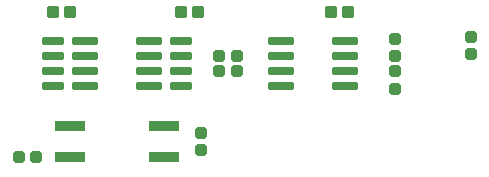
<source format=gtp>
G04*
G04 #@! TF.GenerationSoftware,Altium Limited,Altium Designer,21.2.1 (34)*
G04*
G04 Layer_Color=8421504*
%FSTAX24Y24*%
%MOIN*%
G70*
G04*
G04 #@! TF.SameCoordinates,7DA4DDB6-0622-4AF5-A47C-4C96ED8C5F13*
G04*
G04*
G04 #@! TF.FilePolarity,Positive*
G04*
G01*
G75*
G04:AMPARAMS|DCode=12|XSize=37.4mil|YSize=37.4mil|CornerRadius=1.9mil|HoleSize=0mil|Usage=FLASHONLY|Rotation=0.000|XOffset=0mil|YOffset=0mil|HoleType=Round|Shape=RoundedRectangle|*
%AMROUNDEDRECTD12*
21,1,0.0374,0.0337,0,0,0.0*
21,1,0.0337,0.0374,0,0,0.0*
1,1,0.0037,0.0168,-0.0168*
1,1,0.0037,-0.0168,-0.0168*
1,1,0.0037,-0.0168,0.0168*
1,1,0.0037,0.0168,0.0168*
%
%ADD12ROUNDEDRECTD12*%
G04:AMPARAMS|DCode=13|XSize=70.9mil|YSize=23.6mil|CornerRadius=1.2mil|HoleSize=0mil|Usage=FLASHONLY|Rotation=180.000|XOffset=0mil|YOffset=0mil|HoleType=Round|Shape=RoundedRectangle|*
%AMROUNDEDRECTD13*
21,1,0.0709,0.0213,0,0,180.0*
21,1,0.0685,0.0236,0,0,180.0*
1,1,0.0024,-0.0343,0.0106*
1,1,0.0024,0.0343,0.0106*
1,1,0.0024,0.0343,-0.0106*
1,1,0.0024,-0.0343,-0.0106*
%
%ADD13ROUNDEDRECTD13*%
G04:AMPARAMS|DCode=14|XSize=23.6mil|YSize=84.1mil|CornerRadius=1.2mil|HoleSize=0mil|Usage=FLASHONLY|Rotation=270.000|XOffset=0mil|YOffset=0mil|HoleType=Round|Shape=RoundedRectangle|*
%AMROUNDEDRECTD14*
21,1,0.0236,0.0817,0,0,270.0*
21,1,0.0213,0.0841,0,0,270.0*
1,1,0.0024,-0.0408,-0.0106*
1,1,0.0024,-0.0408,0.0106*
1,1,0.0024,0.0408,0.0106*
1,1,0.0024,0.0408,-0.0106*
%
%ADD14ROUNDEDRECTD14*%
G04:AMPARAMS|DCode=15|XSize=31.5mil|YSize=102.4mil|CornerRadius=1.6mil|HoleSize=0mil|Usage=FLASHONLY|Rotation=90.000|XOffset=0mil|YOffset=0mil|HoleType=Round|Shape=RoundedRectangle|*
%AMROUNDEDRECTD15*
21,1,0.0315,0.0992,0,0,90.0*
21,1,0.0283,0.1024,0,0,90.0*
1,1,0.0032,0.0496,0.0142*
1,1,0.0032,0.0496,-0.0142*
1,1,0.0032,-0.0496,-0.0142*
1,1,0.0032,-0.0496,0.0142*
%
%ADD15ROUNDEDRECTD15*%
G04:AMPARAMS|DCode=16|XSize=37.4mil|YSize=37.4mil|CornerRadius=4.7mil|HoleSize=0mil|Usage=FLASHONLY|Rotation=180.000|XOffset=0mil|YOffset=0mil|HoleType=Round|Shape=RoundedRectangle|*
%AMROUNDEDRECTD16*
21,1,0.0374,0.0281,0,0,180.0*
21,1,0.0281,0.0374,0,0,180.0*
1,1,0.0094,-0.0140,0.0140*
1,1,0.0094,0.0140,0.0140*
1,1,0.0094,0.0140,-0.0140*
1,1,0.0094,-0.0140,-0.0140*
%
%ADD16ROUNDEDRECTD16*%
G04:AMPARAMS|DCode=17|XSize=37.4mil|YSize=37.4mil|CornerRadius=4.7mil|HoleSize=0mil|Usage=FLASHONLY|Rotation=90.000|XOffset=0mil|YOffset=0mil|HoleType=Round|Shape=RoundedRectangle|*
%AMROUNDEDRECTD17*
21,1,0.0374,0.0281,0,0,90.0*
21,1,0.0281,0.0374,0,0,90.0*
1,1,0.0094,0.0140,0.0140*
1,1,0.0094,0.0140,-0.0140*
1,1,0.0094,-0.0140,-0.0140*
1,1,0.0094,-0.0140,0.0140*
%
%ADD17ROUNDEDRECTD17*%
D12*
X03231Y026364D02*
D03*
X031739D02*
D03*
X041001Y026364D02*
D03*
X041572D02*
D03*
X036572Y026364D02*
D03*
X036001D02*
D03*
D13*
X031739Y023882D02*
D03*
Y024382D02*
D03*
Y024882D02*
D03*
Y025382D02*
D03*
X03603Y023882D02*
D03*
Y024382D02*
D03*
Y024882D02*
D03*
Y025382D02*
D03*
D14*
X032809Y023882D02*
D03*
Y024382D02*
D03*
Y024882D02*
D03*
Y025382D02*
D03*
X03496Y023882D02*
D03*
Y024382D02*
D03*
Y024882D02*
D03*
Y025382D02*
D03*
X041496Y025372D02*
D03*
Y024872D02*
D03*
Y024372D02*
D03*
Y023872D02*
D03*
X039344Y025372D02*
D03*
Y024872D02*
D03*
Y024372D02*
D03*
Y023872D02*
D03*
D15*
X035438Y022543D02*
D03*
Y021524D02*
D03*
X032309Y022543D02*
D03*
Y021524D02*
D03*
D16*
X030607D02*
D03*
X031178D02*
D03*
X0373Y024882D02*
D03*
X037871D02*
D03*
X0373Y024382D02*
D03*
X037871D02*
D03*
D17*
X03668Y022319D02*
D03*
Y021748D02*
D03*
X04568Y024937D02*
D03*
Y025508D02*
D03*
X043137Y025443D02*
D03*
Y024872D02*
D03*
Y024372D02*
D03*
Y023801D02*
D03*
M02*

</source>
